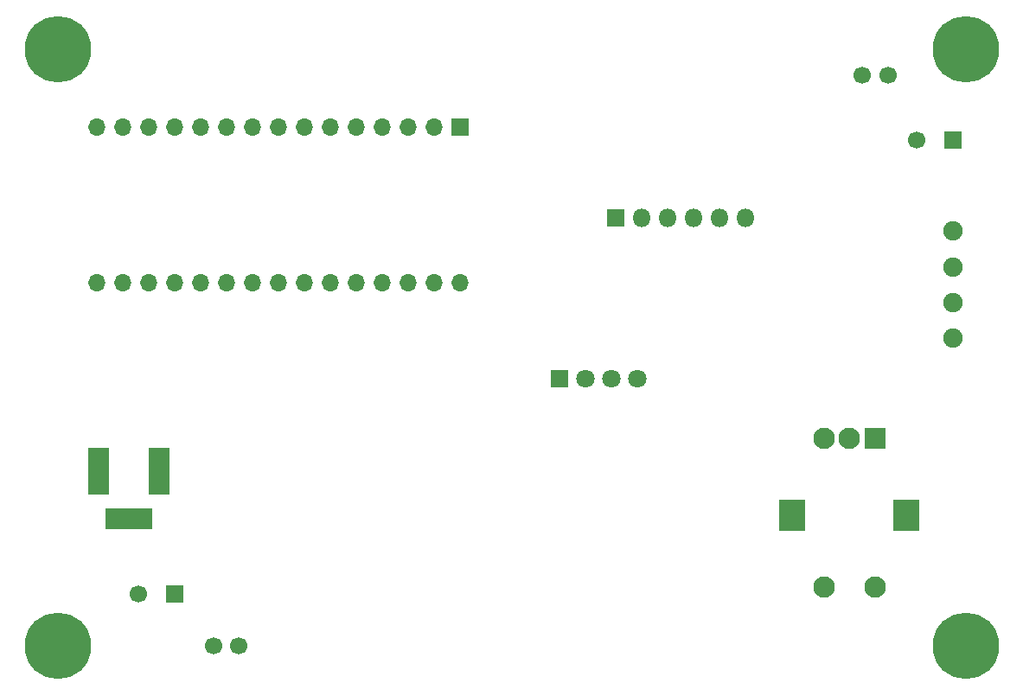
<source format=gbr>
%TF.GenerationSoftware,KiCad,Pcbnew,(5.1.6)-1*%
%TF.CreationDate,2020-11-08T18:33:20-05:00*%
%TF.ProjectId,ColorSensingLEDStrip,436f6c6f-7253-4656-9e73-696e674c4544,rev?*%
%TF.SameCoordinates,Original*%
%TF.FileFunction,Soldermask,Top*%
%TF.FilePolarity,Negative*%
%FSLAX46Y46*%
G04 Gerber Fmt 4.6, Leading zero omitted, Abs format (unit mm)*
G04 Created by KiCad (PCBNEW (5.1.6)-1) date 2020-11-08 18:33:20*
%MOMM*%
%LPD*%
G01*
G04 APERTURE LIST*
%ADD10C,1.900000*%
%ADD11C,6.500000*%
%ADD12O,1.800000X1.800000*%
%ADD13R,1.800000X1.800000*%
%ADD14C,1.800000*%
%ADD15R,2.100000X2.100000*%
%ADD16C,2.100000*%
%ADD17R,2.600000X3.100000*%
%ADD18R,2.100000X4.600000*%
%ADD19R,4.600000X2.100000*%
%ADD20C,1.700000*%
%ADD21R,1.700000X1.700000*%
%ADD22O,1.700000X1.700000*%
G04 APERTURE END LIST*
D10*
%TO.C,J2*%
X207010000Y-90510000D03*
X207010000Y-87010000D03*
X207010000Y-83510000D03*
X207010000Y-80010000D03*
%TD*%
D11*
%TO.C,REF\u002A\u002A*%
X119380000Y-120650000D03*
%TD*%
%TO.C,REF\u002A\u002A*%
X119380000Y-62230000D03*
%TD*%
%TO.C,REF\u002A\u002A*%
X208280000Y-62230000D03*
%TD*%
%TO.C,REF\u002A\u002A*%
X208280000Y-120650000D03*
%TD*%
D12*
%TO.C,U1*%
X186690000Y-78740000D03*
X184150000Y-78740000D03*
X181610000Y-78740000D03*
X179070000Y-78740000D03*
X176530000Y-78740000D03*
D13*
X173990000Y-78740000D03*
%TD*%
D14*
%TO.C,U2*%
X176170000Y-94410000D03*
X173630000Y-94410000D03*
X171090000Y-94410000D03*
D13*
X168550000Y-94410000D03*
%TD*%
D15*
%TO.C,SW1*%
X199390000Y-100330000D03*
D16*
X196890000Y-100330000D03*
X194390000Y-100330000D03*
D17*
X202490000Y-107830000D03*
X191290000Y-107830000D03*
D16*
X199390000Y-114830000D03*
X194390000Y-114830000D03*
%TD*%
D18*
%TO.C,J1*%
X123365000Y-103505000D03*
X129365000Y-103505000D03*
D19*
X126365000Y-108205000D03*
%TD*%
D20*
%TO.C,C4*%
X198160000Y-64770000D03*
X200660000Y-64770000D03*
%TD*%
%TO.C,C3*%
X203510000Y-71120000D03*
D21*
X207010000Y-71120000D03*
%TD*%
D20*
%TO.C,C2*%
X127310000Y-115570000D03*
D21*
X130810000Y-115570000D03*
%TD*%
D20*
%TO.C,C1*%
X137120000Y-120650000D03*
X134620000Y-120650000D03*
%TD*%
D22*
%TO.C,A1*%
X123190000Y-85090000D03*
X123190000Y-69850000D03*
X158750000Y-85090000D03*
X125730000Y-69850000D03*
X156210000Y-85090000D03*
X128270000Y-69850000D03*
X153670000Y-85090000D03*
X130810000Y-69850000D03*
X151130000Y-85090000D03*
X133350000Y-69850000D03*
X148590000Y-85090000D03*
X135890000Y-69850000D03*
X146050000Y-85090000D03*
X138430000Y-69850000D03*
X143510000Y-85090000D03*
X140970000Y-69850000D03*
X140970000Y-85090000D03*
X143510000Y-69850000D03*
X138430000Y-85090000D03*
X146050000Y-69850000D03*
X135890000Y-85090000D03*
X148590000Y-69850000D03*
X133350000Y-85090000D03*
X151130000Y-69850000D03*
X130810000Y-85090000D03*
X153670000Y-69850000D03*
X128270000Y-85090000D03*
X156210000Y-69850000D03*
X125730000Y-85090000D03*
D21*
X158750000Y-69850000D03*
%TD*%
M02*

</source>
